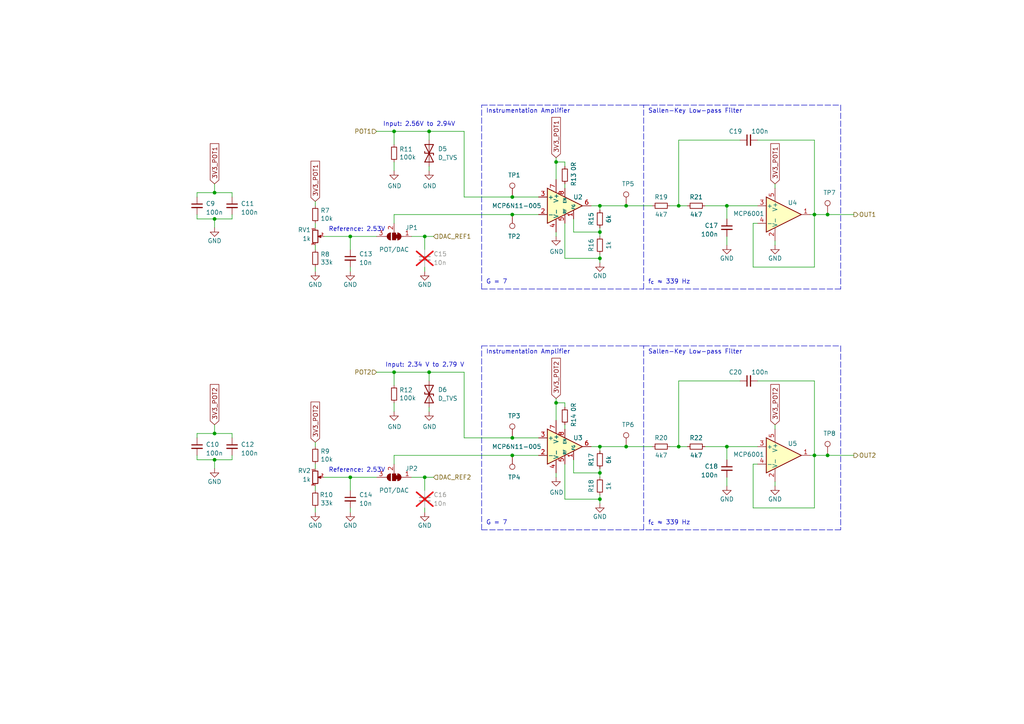
<source format=kicad_sch>
(kicad_sch (version 20230121) (generator eeschema)
  (paper "A4")
  (title_block (date "2023-04-22") (rev "2.0") (company "S. Sambor") (comment 1 "J. Jurczak") (comment 2 "P. Gawron") (comment 3 "I. Kajdan"))
  (lib_symbols
    (symbol "Amplifier_Operational:MCP6001-OT" (pin_names (offset 0.127))
      (property "Reference" "U" (at -1.27 6.35 0))
      (property "Value" "MCP6001-OT" (at -1.27 3.81 0))
      (symbol "MCP6001-OT_0_1"
        (polyline (pts (xy -5.08 5.08) (xy 5.08 0) (xy -5.08 -5.08) (xy -5.08 5.08)) (stroke (width 0.254)) (fill (type background)))
        (pin power_in line (at -2.54 -7.62 90) (length 3.81) (name "V-") (number "2"))
        (pin power_in line (at -2.54 7.62 270) (length 3.81) (name "V+") (number "5"))
      )
      (symbol "MCP6001-OT_1_1"
        (pin output line (at 7.62 0 180) (length 2.54) (name "~") (number "1"))
        (pin input line (at -7.62 2.54 0) (length 2.54) (name "+") (number "3"))
        (pin input line (at -7.62 -2.54 0) (length 2.54) (name "-") (number "4"))
      )
    )
    (symbol "Connector:TestPoint" (pin_numbers hide) (pin_names (offset 0.762) hide)
      (property "Reference" "TP" (at 0 6.858 0))
      (property "Value" "TestPoint" (at 0 5.08 0))
      (symbol "TestPoint_0_1"
        (circle (center 0 3.302) (radius 0.762))
      )
      (symbol "TestPoint_1_1"
        (pin passive line (at 0 0 90) (length 2.54) (name "1") (number "1"))
      )
    )
    (symbol "Device:C_Small" (pin_numbers hide) (pin_names (offset 0.254) hide)
      (property "Reference" "C" (at 0.254 1.778 0))
      (property "Value" "C_Small" (at 0.254 -2.032 0))
      (symbol "C_Small_0_1"
        (polyline (pts (xy -1.524 -0.508) (xy 1.524 -0.508)) (stroke (width 0.3302)))
        (polyline (pts (xy -1.524 0.508) (xy 1.524 0.508)) (stroke (width 0.3048)))
      )
      (symbol "C_Small_1_1"
        (pin passive line (at 0 2.54 270) (length 2.032) (name "~") (number "1"))
        (pin passive line (at 0 -2.54 90) (length 2.032) (name "~") (number "2"))
      )
    )
    (symbol "Device:D_TVS" (pin_numbers hide) (pin_names (offset 1.016) hide)
      (property "Reference" "D" (at 0 2.54 0))
      (property "Value" "D_TVS" (at 0 -2.54 0))
      (symbol "D_TVS_0_1"
        (polyline (pts (xy 1.27 0) (xy -1.27 0)))
        (polyline (pts (xy 0.508 1.27) (xy 0 1.27) (xy 0 -1.27) (xy -0.508 -1.27)) (stroke (width 0.254)))
        (polyline (pts (xy -2.54 1.27) (xy -2.54 -1.27) (xy 2.54 1.27) (xy 2.54 -1.27) (xy -2.54 1.27)) (stroke (width 0.254)))
      )
      (symbol "D_TVS_1_1"
        (pin passive line (at -3.81 0 0) (length 2.54) (name "A1") (number "1"))
        (pin passive line (at 3.81 0 180) (length 2.54) (name "A2") (number "2"))
      )
    )
    (symbol "Device:R_Potentiometer_Small" (pin_names (offset 1.016) hide)
      (property "Reference" "RV" (at -4.445 0 90))
      (property "Value" "R_Potentiometer_Small" (at -2.54 0 90))
      (symbol "R_Potentiometer_Small_0_1"
        (polyline (pts (xy 0.889 0) (xy 0.635 0) (xy 1.651 0.381) (xy 1.651 -0.381) (xy 0.635 0) (xy 0.889 0)) (fill (type outline)))
        (rectangle (start 0.762 1.8034) (end -0.762 -1.8034) (stroke (width 0.254)))
      )
      (symbol "R_Potentiometer_Small_1_1"
        (pin passive line (at 0 2.54 270) (length 0.635) (name "1") (number "1"))
        (pin passive line (at 2.54 0 180) (length 0.9906) (name "2") (number "2"))
        (pin passive line (at 0 -2.54 90) (length 0.635) (name "3") (number "3"))
      )
    )
    (symbol "Device:R_Small" (pin_numbers hide) (pin_names (offset 0.254) hide)
      (property "Reference" "R" (at 0.762 0.508 0))
      (property "Value" "R_Small" (at 0.762 -1.016 0))
      (symbol "R_Small_0_1"
        (rectangle (start -0.762 1.778) (end 0.762 -1.778) (stroke (width 0.2032)))
      )
      (symbol "R_Small_1_1"
        (pin passive line (at 0 2.54 270) (length 0.762) (name "~") (number "1"))
        (pin passive line (at 0 -2.54 90) (length 0.762) (name "~") (number "2"))
      )
    )
    (symbol "Jumper:SolderJumper_3_Bridged12" (pin_names (offset 0) hide)
      (property "Reference" "JP" (at -2.54 -2.54 0))
      (property "Value" "SolderJumper_3_Bridged12" (at 0 2.794 0))
      (symbol "SolderJumper_3_Bridged12_0_1"
        (rectangle (start -1.016 0.508) (end -0.508 -0.508) (fill (type outline)))
        (arc (start -1.016 1.016) (mid -2.0276 0) (end -1.016 -1.016))
        (arc (start -1.016 1.016) (mid -2.0276 0) (end -1.016 -1.016) (fill (type outline)))
        (rectangle (start -0.508 1.016) (end 0.508 -1.016) (fill (type outline)))
        (polyline (pts (xy -2.54 0) (xy -2.032 0)))
        (polyline (pts (xy -1.016 1.016) (xy -1.016 -1.016)))
        (polyline (pts (xy 0 -1.27) (xy 0 -1.016)))
        (polyline (pts (xy 1.016 1.016) (xy 1.016 -1.016)))
        (polyline (pts (xy 2.54 0) (xy 2.032 0)))
        (arc (start 1.016 -1.016) (mid 2.0276 0) (end 1.016 1.016))
        (arc (start 1.016 -1.016) (mid 2.0276 0) (end 1.016 1.016) (fill (type outline)))
      )
      (symbol "SolderJumper_3_Bridged12_1_1"
        (pin passive line (at -5.08 0 0) (length 2.54) (name "A") (number "1"))
        (pin passive line (at 0 -3.81 90) (length 2.54) (name "C") (number "2"))
        (pin passive line (at 5.08 0 180) (length 2.54) (name "B") (number "3"))
      )
    )
    (symbol "MCP6N11:MCP6N11" (pin_names (offset 0.127))
      (property "Reference" "U" (at 3.81 6.35 0))
      (property "Value" "MCP6N11-xE" (at 3.81 3.81 0))
      (symbol "MCP6N11_0_1"
        (polyline (pts (xy -5.08 5.08) (xy 5.08 0) (xy -5.08 -5.08) (xy -5.08 5.08)) (stroke (width 0.254)) (fill (type background)))
      )
      (symbol "MCP6N11_1_1"
        (pin passive line (at 2.54 -3.81 90) (length 2.54) (name "FG") (number "1"))
        (pin input line (at -7.62 -2.54 0) (length 2.54) (name "-") (number "2"))
        (pin input line (at -7.62 2.54 0) (length 2.54) (name "+") (number "3"))
        (pin power_in line (at -2.54 -7.62 90) (length 3.81) (name "V-") (number "4"))
        (pin passive line (at 0 -5.08 90) (length 2.54) (name "RF") (number "5"))
        (pin output line (at 7.62 0 180) (length 2.54) (name "~") (number "6"))
        (pin power_in line (at -2.54 7.62 270) (length 3.81) (name "V+") (number "7"))
        (pin input line (at 0 5.08 270) (length 2.54) (name "EN") (number "8"))
        (pin passive line (at -2.54 -7.62 90) (length 3.81) hide (name "EP") (number "9"))
      )
    )
    (symbol "power:GND" (power) (pin_names (offset 0))
      (property "Value" "GND" (at 0 -3.81 0))
      (symbol "GND_0_1"
        (polyline (pts (xy 0 0) (xy 0 -1.27) (xy 1.27 -1.27) (xy 0 -2.54) (xy -1.27 -1.27) (xy 0 -1.27)))
      )
      (symbol "GND_1_1"
        (pin power_in line (at 0 0 270) (length 0) hide (name "GND") (number "1"))
      )
    )
  )
  (junction (at 240.03 62.23))
  (junction (at 123.19 138.43))
  (junction (at 240.03 132.08))
  (junction (at 101.6 68.58))
  (junction (at 123.19 68.58))
  (junction (at 236.22 132.08))
  (junction (at 161.29 116.84))
  (junction (at 148.59 57.15))
  (junction (at 62.23 55.88))
  (junction (at 196.85 129.54))
  (junction (at 173.99 144.78))
  (junction (at 148.59 127))
  (junction (at 62.23 125.73))
  (junction (at 62.23 133.35))
  (junction (at 114.3 38.1))
  (junction (at 124.46 38.1))
  (junction (at 101.6 138.43))
  (junction (at 210.82 59.69))
  (junction (at 124.46 107.95))
  (junction (at 114.3 107.95))
  (junction (at 210.82 129.54))
  (junction (at 196.85 59.69))
  (junction (at 62.23 63.5))
  (junction (at 173.99 74.93))
  (junction (at 173.99 67.31))
  (junction (at 181.61 129.54))
  (junction (at 173.99 129.54))
  (junction (at 173.99 59.69))
  (junction (at 148.59 132.08))
  (junction (at 148.59 62.23))
  (junction (at 173.99 137.16))
  (junction (at 181.61 59.69))
  (junction (at 161.29 46.99))
  (junction (at 236.22 62.23))
  (wire (pts (xy 101.6 147.32) (xy 101.6 148.59)))
  (wire (pts (xy 173.99 135.89) (xy 173.99 137.16)))
  (wire (pts (xy 134.62 127) (xy 148.59 127)))
  (wire (pts (xy 204.47 59.69) (xy 210.82 59.69)))
  (wire (pts (xy 123.19 68.58) (xy 119.38 68.58)))
  (wire (pts (xy 161.29 116.84) (xy 161.29 121.92)))
  (wire (pts (xy 114.3 62.23) (xy 148.59 62.23)))
  (wire (pts (xy 219.71 110.49) (xy 236.22 110.49)))
  (wire (pts (xy 161.29 68.58) (xy 161.29 67.31)))
  (wire (pts (xy 173.99 59.69) (xy 181.61 59.69)))
  (wire (pts (xy 219.71 40.64) (xy 236.22 40.64)))
  (wire (pts (xy 173.99 67.31) (xy 173.99 68.58)))
  (wire (pts (xy 224.79 71.12) (xy 224.79 69.85)))
  (wire (pts (xy 163.83 64.77) (xy 163.83 74.93)))
  (wire (pts (xy 218.44 147.32) (xy 236.22 147.32)))
  (wire (pts (xy 57.15 125.73) (xy 62.23 125.73)))
  (wire (pts (xy 173.99 66.04) (xy 173.99 67.31)))
  (wire (pts (xy 67.31 125.73) (xy 62.23 125.73)))
  (polyline (pts (xy 139.7 83.82) (xy 139.7 30.48)) (stroke (width 0) (type dash)))
  (wire (pts (xy 101.6 68.58) (xy 101.6 72.39)))
  (wire (pts (xy 91.44 77.47) (xy 91.44 78.74)))
  (wire (pts (xy 219.71 134.62) (xy 218.44 134.62)))
  (wire (pts (xy 173.99 59.69) (xy 173.99 60.96)))
  (wire (pts (xy 173.99 137.16) (xy 173.99 138.43)))
  (wire (pts (xy 210.82 138.43) (xy 210.82 140.97)))
  (polyline (pts (xy 243.84 83.82) (xy 186.69 83.82)) (stroke (width 0) (type dash)))
  (wire (pts (xy 114.3 64.77) (xy 114.3 62.23)))
  (wire (pts (xy 124.46 107.95) (xy 134.62 107.95)))
  (wire (pts (xy 91.44 134.62) (xy 91.44 135.89)))
  (wire (pts (xy 163.83 123.19) (xy 163.83 124.46)))
  (wire (pts (xy 236.22 132.08) (xy 234.95 132.08)))
  (wire (pts (xy 124.46 119.38) (xy 124.46 118.11)))
  (wire (pts (xy 173.99 74.93) (xy 173.99 76.2)))
  (wire (pts (xy 57.15 62.23) (xy 57.15 63.5)))
  (polyline (pts (xy 243.84 153.67) (xy 186.69 153.67)) (stroke (width 0) (type dash)))
  (wire (pts (xy 62.23 66.04) (xy 62.23 63.5)))
  (wire (pts (xy 181.61 59.69) (xy 189.23 59.69)))
  (wire (pts (xy 236.22 62.23) (xy 234.95 62.23)))
  (wire (pts (xy 196.85 129.54) (xy 199.39 129.54)))
  (wire (pts (xy 194.31 59.69) (xy 196.85 59.69)))
  (wire (pts (xy 114.3 119.38) (xy 114.3 116.84)))
  (wire (pts (xy 124.46 49.53) (xy 124.46 48.26)))
  (wire (pts (xy 148.59 127) (xy 156.21 127)))
  (wire (pts (xy 210.82 59.69) (xy 210.82 63.5)))
  (wire (pts (xy 173.99 73.66) (xy 173.99 74.93)))
  (wire (pts (xy 196.85 40.64) (xy 196.85 59.69)))
  (wire (pts (xy 166.37 67.31) (xy 173.99 67.31)))
  (wire (pts (xy 166.37 137.16) (xy 173.99 137.16)))
  (wire (pts (xy 194.31 129.54) (xy 196.85 129.54)))
  (wire (pts (xy 123.19 68.58) (xy 123.19 72.39)))
  (wire (pts (xy 91.44 140.97) (xy 91.44 142.24)))
  (polyline (pts (xy 186.69 83.82) (xy 186.69 30.48)) (stroke (width 0) (type dash)))
  (wire (pts (xy 114.3 134.62) (xy 114.3 132.08)))
  (wire (pts (xy 210.82 129.54) (xy 219.71 129.54)))
  (wire (pts (xy 163.83 134.62) (xy 163.83 144.78)))
  (wire (pts (xy 62.23 125.73) (xy 62.23 123.19)))
  (wire (pts (xy 210.82 59.69) (xy 219.71 59.69)))
  (wire (pts (xy 163.83 46.99) (xy 163.83 48.26)))
  (wire (pts (xy 57.15 55.88) (xy 62.23 55.88)))
  (wire (pts (xy 210.82 68.58) (xy 210.82 71.12)))
  (wire (pts (xy 224.79 123.19) (xy 224.79 124.46)))
  (polyline (pts (xy 243.84 30.48) (xy 243.84 83.82)) (stroke (width 0) (type dash)))
  (wire (pts (xy 124.46 38.1) (xy 134.62 38.1)))
  (wire (pts (xy 224.79 140.97) (xy 224.79 139.7)))
  (wire (pts (xy 123.19 138.43) (xy 123.19 142.24)))
  (wire (pts (xy 196.85 110.49) (xy 196.85 129.54)))
  (wire (pts (xy 163.83 53.34) (xy 163.83 54.61)))
  (wire (pts (xy 163.83 74.93) (xy 173.99 74.93)))
  (wire (pts (xy 62.23 135.89) (xy 62.23 133.35)))
  (wire (pts (xy 57.15 55.88) (xy 57.15 57.15)))
  (wire (pts (xy 124.46 40.64) (xy 124.46 38.1)))
  (wire (pts (xy 219.71 64.77) (xy 218.44 64.77)))
  (wire (pts (xy 114.3 111.76) (xy 114.3 107.95)))
  (wire (pts (xy 101.6 68.58) (xy 109.22 68.58)))
  (wire (pts (xy 67.31 62.23) (xy 67.31 63.5)))
  (wire (pts (xy 67.31 127) (xy 67.31 125.73)))
  (wire (pts (xy 148.59 132.08) (xy 156.21 132.08)))
  (wire (pts (xy 161.29 46.99) (xy 163.83 46.99)))
  (wire (pts (xy 166.37 63.5) (xy 166.37 67.31)))
  (wire (pts (xy 124.46 110.49) (xy 124.46 107.95)))
  (wire (pts (xy 196.85 110.49) (xy 214.63 110.49)))
  (wire (pts (xy 236.22 77.47) (xy 236.22 62.23)))
  (wire (pts (xy 161.29 46.99) (xy 161.29 52.07)))
  (wire (pts (xy 57.15 132.08) (xy 57.15 133.35)))
  (polyline (pts (xy 243.84 100.33) (xy 243.84 153.67)) (stroke (width 0) (type dash)))
  (wire (pts (xy 218.44 77.47) (xy 236.22 77.47)))
  (wire (pts (xy 196.85 40.64) (xy 214.63 40.64)))
  (polyline (pts (xy 139.7 153.67) (xy 186.69 153.67)) (stroke (width 0) (type dash)))
  (wire (pts (xy 236.22 110.49) (xy 236.22 132.08)))
  (wire (pts (xy 171.45 129.54) (xy 173.99 129.54)))
  (wire (pts (xy 161.29 138.43) (xy 161.29 137.16)))
  (wire (pts (xy 236.22 147.32) (xy 236.22 132.08)))
  (wire (pts (xy 236.22 132.08) (xy 240.03 132.08)))
  (wire (pts (xy 134.62 57.15) (xy 148.59 57.15)))
  (polyline (pts (xy 139.7 30.48) (xy 186.69 30.48)) (stroke (width 0) (type dash)))
  (wire (pts (xy 67.31 55.88) (xy 62.23 55.88)))
  (wire (pts (xy 91.44 58.42) (xy 91.44 59.69)))
  (wire (pts (xy 91.44 71.12) (xy 91.44 72.39)))
  (wire (pts (xy 240.03 62.23) (xy 247.65 62.23)))
  (wire (pts (xy 67.31 57.15) (xy 67.31 55.88)))
  (wire (pts (xy 114.3 41.91) (xy 114.3 38.1)))
  (wire (pts (xy 57.15 63.5) (xy 62.23 63.5)))
  (wire (pts (xy 134.62 107.95) (xy 134.62 127)))
  (wire (pts (xy 240.03 132.08) (xy 247.65 132.08)))
  (wire (pts (xy 224.79 53.34) (xy 224.79 54.61)))
  (wire (pts (xy 114.3 107.95) (xy 124.46 107.95)))
  (wire (pts (xy 62.23 55.88) (xy 62.23 53.34)))
  (wire (pts (xy 134.62 38.1) (xy 134.62 57.15)))
  (wire (pts (xy 210.82 129.54) (xy 210.82 133.35)))
  (wire (pts (xy 196.85 59.69) (xy 199.39 59.69)))
  (wire (pts (xy 123.19 147.32) (xy 123.19 148.59)))
  (wire (pts (xy 161.29 115.57) (xy 161.29 116.84)))
  (wire (pts (xy 109.22 107.95) (xy 114.3 107.95)))
  (wire (pts (xy 171.45 59.69) (xy 173.99 59.69)))
  (wire (pts (xy 181.61 129.54) (xy 189.23 129.54)))
  (wire (pts (xy 101.6 138.43) (xy 109.22 138.43)))
  (wire (pts (xy 166.37 133.35) (xy 166.37 137.16)))
  (wire (pts (xy 93.98 68.58) (xy 101.6 68.58)))
  (wire (pts (xy 114.3 38.1) (xy 124.46 38.1)))
  (wire (pts (xy 67.31 132.08) (xy 67.31 133.35)))
  (wire (pts (xy 91.44 147.32) (xy 91.44 148.59)))
  (wire (pts (xy 218.44 134.62) (xy 218.44 147.32)))
  (wire (pts (xy 67.31 63.5) (xy 62.23 63.5)))
  (wire (pts (xy 148.59 62.23) (xy 156.21 62.23)))
  (wire (pts (xy 173.99 144.78) (xy 173.99 146.05)))
  (polyline (pts (xy 139.7 100.33) (xy 186.69 100.33)) (stroke (width 0) (type dash)))
  (wire (pts (xy 67.31 133.35) (xy 62.23 133.35)))
  (wire (pts (xy 91.44 128.27) (xy 91.44 129.54)))
  (wire (pts (xy 173.99 143.51) (xy 173.99 144.78)))
  (wire (pts (xy 236.22 40.64) (xy 236.22 62.23)))
  (wire (pts (xy 204.47 129.54) (xy 210.82 129.54)))
  (wire (pts (xy 57.15 133.35) (xy 62.23 133.35)))
  (polyline (pts (xy 186.69 100.33) (xy 243.84 100.33)) (stroke (width 0) (type dash)))
  (wire (pts (xy 173.99 129.54) (xy 181.61 129.54)))
  (wire (pts (xy 123.19 68.58) (xy 125.73 68.58)))
  (polyline (pts (xy 139.7 83.82) (xy 186.69 83.82)) (stroke (width 0) (type dash)))
  (wire (pts (xy 236.22 62.23) (xy 240.03 62.23)))
  (wire (pts (xy 173.99 129.54) (xy 173.99 130.81)))
  (wire (pts (xy 114.3 132.08) (xy 148.59 132.08)))
  (wire (pts (xy 93.98 138.43) (xy 101.6 138.43)))
  (wire (pts (xy 123.19 138.43) (xy 125.73 138.43)))
  (wire (pts (xy 163.83 118.11) (xy 163.83 116.84)))
  (wire (pts (xy 114.3 49.53) (xy 114.3 46.99)))
  (polyline (pts (xy 186.69 30.48) (xy 243.84 30.48)) (stroke (width 0) (type dash)))
  (polyline (pts (xy 186.69 153.67) (xy 186.69 100.33)) (stroke (width 0) (type dash)))
  (wire (pts (xy 123.19 138.43) (xy 119.38 138.43)))
  (wire (pts (xy 109.22 38.1) (xy 114.3 38.1)))
  (wire (pts (xy 101.6 77.47) (xy 101.6 78.74)))
  (wire (pts (xy 161.29 45.72) (xy 161.29 46.99)))
  (wire (pts (xy 148.59 57.15) (xy 156.21 57.15)))
  (wire (pts (xy 57.15 125.73) (xy 57.15 127)))
  (polyline (pts (xy 139.7 153.67) (xy 139.7 100.33)) (stroke (width 0) (type dash)))
  (wire (pts (xy 101.6 138.43) (xy 101.6 142.24)))
  (wire (pts (xy 163.83 144.78) (xy 173.99 144.78)))
  (wire (pts (xy 123.19 77.47) (xy 123.19 78.74)))
  (wire (pts (xy 91.44 64.77) (xy 91.44 66.04)))
  (wire (pts (xy 218.44 64.77) (xy 218.44 77.47)))
  (wire (pts (xy 161.29 116.84) (xy 163.83 116.84)))
  (text "Instrumentation Amplifier" (at 140.97 102.87 0) (effects (font (size 1.27 1.27)) (justify left bottom)))
  (text "Input: 2.56V to 2.94V" (at 132.08 36.83 0) (effects (font (size 1.27 1.27)) (justify right bottom)))
  (text "G = 7" (at 140.97 152.4 0) (effects (font (size 1.27 1.27)) (justify left bottom)))
  (text "Reference: 2.53V" (at 111.76 137.16 0) (effects (font (size 1.27 1.27)) (justify right bottom)))
  (text "Input: 2.34 V to 2.79 V" (at 111.76 106.68 0) (effects (font (size 1.27 1.27)) (justify left bottom)))
  (text "f_{c} ≈ 339 Hz" (at 187.96 82.55 0) (effects (font (size 1.27 1.27)) (justify left bottom)))
  (text "Reference: 2.53V" (at 111.76 67.31 0) (effects (font (size 1.27 1.27)) (justify right bottom)))
  (text "Sallen-Key Low-pass Filter" (at 187.96 102.87 0) (effects (font (size 1.27 1.27)) (justify left bottom)))
  (text "Instrumentation Amplifier" (at 140.97 33.02 0) (effects (font (size 1.27 1.27)) (justify left bottom)))
  (text "G = 7" (at 140.97 82.55 0) (effects (font (size 1.27 1.27)) (justify left bottom)))
  (text "f_{c} ≈ 339 Hz" (at 187.96 152.4 0) (effects (font (size 1.27 1.27)) (justify left bottom)))
  (text "Sallen-Key Low-pass Filter" (at 187.96 33.02 0) (effects (font (size 1.27 1.27)) (justify left bottom)))
  (global_label "3V3_POT1" (shape input) (at 161.29 45.72 90) (property "Intersheetrefs" "${INTERSHEET_REFS}" (effects hide)))
  (global_label "3V3_POT1" (shape input) (at 62.23 53.34 90) (property "Intersheetrefs" "${INTERSHEET_REFS}" (effects hide)))
  (global_label "3V3_POT1" (shape input) (at 91.44 58.42 90) (property "Intersheetrefs" "${INTERSHEET_REFS}" (effects hide)))
  (global_label "3V3_POT2" (shape input) (at 161.29 115.57 90) (property "Intersheetrefs" "${INTERSHEET_REFS}" (effects hide)))
  (global_label "3V3_POT2" (shape input) (at 62.23 123.19 90) (property "Intersheetrefs" "${INTERSHEET_REFS}" (effects hide)))
  (global_label "3V3_POT2" (shape input) (at 91.44 128.27 90) (property "Intersheetrefs" "${INTERSHEET_REFS}" (effects hide)))
  (global_label "3V3_POT2" (shape input) (at 224.79 123.19 90) (property "Intersheetrefs" "${INTERSHEET_REFS}" (effects hide)))
  (global_label "3V3_POT1" (shape input) (at 224.79 53.34 90) (property "Intersheetrefs" "${INTERSHEET_REFS}" (effects hide)))
  (hierarchical_label "POT1" (shape input) (at 109.22 38.1 180))
  (hierarchical_label "OUT1" (shape output) (at 247.65 62.23 0))
  (hierarchical_label "DAC_REF1" (shape input) (at 125.73 68.58 0))
  (hierarchical_label "OUT2" (shape output) (at 247.65 132.08 0))
  (hierarchical_label "POT2" (shape input) (at 109.22 107.95 180))
  (hierarchical_label "DAC_REF2" (shape input) (at 125.73 138.43 0))
  (symbol (lib_id "Connector:TestPoint") (at 181.61 59.69 0) (unit 1)
    (property "Reference" "TP5" (at 180.34 53.34 0) (effects (justify left)))
    (property "Value" "APPS_MID" (effects hide))
    (property "Footprint" "TestPoint:TestPoint_Pad_D1.0mm" (effects hide))
  )
  (symbol (lib_id "power:GND") (at 62.23 66.04 0) (unit 1)
    (property "Reference" "#PWR010" (effects hide))
    (property "Value" "GND" (at 62.23 69.85 0))
  )
  (symbol (lib_id "Device:R_Potentiometer_Small") (at 91.44 68.58 0) (unit 1)
    (property "Reference" "RV1" (at 90.17 66.675 0) (effects (justify right)))
    (property "Value" "1k" (at 90.17 69.215 0) (effects (justify right)))
    (property "Footprint" "Potentiometer_SMD:Potentiometer_Bourns_3214J_Horizontal" (effects hide))
  )
  (symbol (lib_id "Device:C_Small") (at 210.82 66.04 0) (mirror y) (unit 1)
    (property "Reference" "C17" (at 208.28 65.4113 0) (effects (justify left)))
    (property "Value" "100n" (at 208.28 67.9513 0) (effects (justify left)))
    (property "Footprint" "Capacitor_SMD:C_0603_1608Metric_Pad1.08x0.95mm_HandSolder" (effects hide))
  )
  (symbol (lib_id "Connector:TestPoint") (at 148.59 62.23 180) (unit 1)
    (property "Reference" "TP2" (at 147.32 68.58 0) (effects (justify right)))
    (property "Value" "APPS_N" (effects hide))
    (property "Footprint" "TestPoint:TestPoint_Pad_D1.0mm" (effects hide))
  )
  (symbol (lib_id "Connector:TestPoint") (at 240.03 132.08 0) (unit 1)
    (property "Reference" "TP8" (at 238.76 125.73 0) (effects (justify left)))
    (property "Value" "APPS_OUT" (effects hide))
    (property "Footprint" "TestPoint:TestPoint_Pad_D1.0mm" (effects hide))
  )
  (symbol (lib_id "Device:R_Small") (at 191.77 129.54 90) (unit 1)
    (property "Reference" "R20" (at 191.77 127 90))
    (property "Value" "4k7" (at 191.77 132.08 90))
    (property "Footprint" "Resistor_SMD:R_0603_1608Metric_Pad0.98x0.95mm_HandSolder" (effects hide))
  )
  (symbol (lib_id "power:GND") (at 173.99 146.05 0) (unit 1)
    (property "Reference" "#PWR025" (effects hide))
    (property "Value" "GND" (at 173.99 149.86 0))
  )
  (symbol (lib_id "power:GND") (at 210.82 71.12 0) (unit 1)
    (property "Reference" "#PWR026" (effects hide))
    (property "Value" "GND" (at 210.82 74.93 0))
  )
  (symbol (lib_id "power:GND") (at 91.44 78.74 0) (unit 1)
    (property "Reference" "#PWR012" (effects hide))
    (property "Value" "GND" (at 91.44 82.55 0))
  )
  (symbol (lib_id "Device:R_Small") (at 91.44 62.23 0) (unit 1)
    (property "Reference" "R7" (at 92.9386 61.0616 0) (effects (justify left)))
    (property "Value" "10k" (at 92.9386 63.373 0) (effects (justify left)))
    (property "Footprint" "Resistor_SMD:R_0603_1608Metric_Pad0.98x0.95mm_HandSolder" (effects hide))
  )
  (symbol (lib_id "Device:R_Small") (at 191.77 59.69 90) (unit 1)
    (property "Reference" "R19" (at 191.77 57.15 90))
    (property "Value" "4k7" (at 191.77 62.23 90))
    (property "Footprint" "Resistor_SMD:R_0603_1608Metric_Pad0.98x0.95mm_HandSolder" (effects hide))
  )
  (symbol (lib_id "power:GND") (at 123.19 78.74 0) (unit 1)
    (property "Reference" "#PWR018" (effects hide))
    (property "Value" "GND" (at 123.19 82.55 0))
  )
  (symbol (lib_id "Amplifier_Operational:MCP6001-OT") (at 227.33 132.08 0) (unit 1)
    (property "Reference" "U5" (at 229.87 128.6511 0))
    (property "Value" "MCP6001" (at 217.17 131.81 0))
    (property "Footprint" "Package_TO_SOT_SMD:SOT-23-5" (effects hide))
    (property "Datasheet" "http://ww1.microchip.com/downloads/en/DeviceDoc/21733j.pdf" (effects hide))
  )
  (symbol (lib_id "power:GND") (at 101.6 78.74 0) (unit 1)
    (property "Reference" "#PWR014" (effects hide))
    (property "Value" "GND" (at 101.6 82.55 0))
  )
  (symbol (lib_id "Device:C_Small") (at 123.19 74.93 0) (unit 1) (dnp yes)
    (property "Reference" "C15" (at 125.73 73.66 0) (effects (justify left)))
    (property "Value" "10n" (at 125.73 76.2 0) (effects (justify left)))
    (property "Footprint" "Capacitor_SMD:C_0603_1608Metric_Pad1.08x0.95mm_HandSolder" (effects hide))
  )
  (symbol (lib_id "Device:R_Small") (at 173.99 140.97 180) (unit 1)
    (property "Reference" "R18" (at 171.45 140.97 90))
    (property "Value" "1k" (at 176.53 140.97 90))
    (property "Footprint" "Resistor_SMD:R_0603_1608Metric_Pad0.98x0.95mm_HandSolder" (effects hide))
  )
  (symbol (lib_id "power:GND") (at 62.23 135.89 0) (unit 1)
    (property "Reference" "#PWR011" (effects hide))
    (property "Value" "GND" (at 62.23 139.7 0))
  )
  (symbol (lib_id "Device:C_Small") (at 57.15 59.69 0) (unit 1)
    (property "Reference" "C9" (at 59.69 59.0613 0) (effects (justify left)))
    (property "Value" "100n" (at 59.69 61.6013 0) (effects (justify left)))
    (property "Footprint" "Capacitor_SMD:C_0603_1608Metric_Pad1.08x0.95mm_HandSolder" (effects hide))
  )
  (symbol (lib_id "Device:R_Small") (at 201.93 129.54 90) (unit 1)
    (property "Reference" "R22" (at 201.93 127 90))
    (property "Value" "4k7" (at 201.93 132.08 90))
    (property "Footprint" "Resistor_SMD:R_0603_1608Metric_Pad0.98x0.95mm_HandSolder" (effects hide))
  )
  (symbol (lib_id "Device:D_TVS") (at 124.46 114.3 90) (unit 1)
    (property "Reference" "D6" (at 127 113.0299 90) (effects (justify right)))
    (property "Value" "D_TVS" (at 127 115.5699 90) (effects (justify right)))
    (property "Footprint" "Diode_SMD:D_0603_1608Metric_Pad1.05x0.95mm_HandSolder" (effects hide))
  )
  (symbol (lib_id "Device:R_Potentiometer_Small") (at 91.44 138.43 0) (unit 1)
    (property "Reference" "RV2" (at 90.17 136.525 0) (effects (justify right)))
    (property "Value" "1k" (at 90.17 139.065 0) (effects (justify right)))
    (property "Footprint" "Potentiometer_SMD:Potentiometer_Bourns_3214J_Horizontal" (effects hide))
  )
  (symbol (lib_id "Connector:TestPoint") (at 240.03 62.23 0) (unit 1)
    (property "Reference" "TP7" (at 238.76 55.88 0) (effects (justify left)))
    (property "Value" "APPS_OUT" (effects hide))
    (property "Footprint" "TestPoint:TestPoint_Pad_D1.0mm" (effects hide))
  )
  (symbol (lib_id "Device:R_Small") (at 163.83 120.65 180) (unit 1)
    (property "Reference" "R14" (at 166.37 121.92 90))
    (property "Value" "0R" (at 166.37 118.11 90))
    (property "Footprint" "Resistor_SMD:R_0603_1608Metric_Pad0.98x0.95mm_HandSolder" (effects hide))
  )
  (symbol (lib_id "Connector:TestPoint") (at 181.61 129.54 0) (unit 1)
    (property "Reference" "TP6" (at 180.34 123.19 0) (effects (justify left)))
    (property "Value" "APPS_MID" (effects hide))
    (property "Footprint" "TestPoint:TestPoint_Pad_D1.0mm" (effects hide))
  )
  (symbol (lib_id "Amplifier_Operational:MCP6001-OT") (at 227.33 62.23 0) (unit 1)
    (property "Reference" "U4" (at 229.87 58.8011 0))
    (property "Value" "MCP6001" (at 217.17 61.96 0))
    (property "Footprint" "Package_TO_SOT_SMD:SOT-23-5" (effects hide))
    (property "Datasheet" "http://ww1.microchip.com/downloads/en/DeviceDoc/21733j.pdf" (effects hide))
  )
  (symbol (lib_id "Jumper:SolderJumper_3_Bridged12") (at 114.3 138.43 180) (unit 1)
    (property "Reference" "JP2" (at 119.38 135.89 0))
    (property "Value" "POT/DAC" (at 114.3 142.24 0))
    (property "Footprint" "Jumper:SolderJumper-3_P1.3mm_Bridged12_RoundedPad1.0x1.5mm" (effects hide))
  )
  (symbol (lib_id "Device:R_Small") (at 173.99 133.35 180) (unit 1)
    (property "Reference" "R17" (at 171.45 133.35 90))
    (property "Value" "6k" (at 176.53 133.35 90))
    (property "Footprint" "Resistor_SMD:R_0603_1608Metric_Pad0.98x0.95mm_HandSolder" (effects hide))
  )
  (symbol (lib_id "Jumper:SolderJumper_3_Bridged12") (at 114.3 68.58 180) (unit 1)
    (property "Reference" "JP1" (at 119.38 66.04 0))
    (property "Value" "POT/DAC" (at 114.3 72.39 0))
    (property "Footprint" "Jumper:SolderJumper-3_P1.3mm_Bridged12_RoundedPad1.0x1.5mm" (effects hide))
  )
  (symbol (lib_id "Device:R_Small") (at 173.99 63.5 180) (unit 1)
    (property "Reference" "R15" (at 171.45 63.5 90))
    (property "Value" "6k" (at 176.53 63.5 90))
    (property "Footprint" "Resistor_SMD:R_0603_1608Metric_Pad0.98x0.95mm_HandSolder" (effects hide))
  )
  (symbol (lib_id "MCP6N11:MCP6N11") (at 163.83 129.54 0) (unit 1)
    (property "Reference" "U3" (at 167.64 127 0))
    (property "Value" "MCP6N11-005\n" (at 149.86 129.54 0))
    (property "Footprint" "Package_DFN_QFN:TDFN-8-1EP_3x2mm_P0.5mm_EP1.3x1.4mm" (effects hide))
    (property "Datasheet" "https://ww1.microchip.com/downloads/en/DeviceDoc/25073A.pdf" (effects hide))
  )
  (symbol (lib_id "Device:C_Small") (at 210.82 135.89 0) (mirror y) (unit 1)
    (property "Reference" "C18" (at 208.28 135.2613 0) (effects (justify left)))
    (property "Value" "100n" (at 208.28 137.8013 0) (effects (justify left)))
    (property "Footprint" "Capacitor_SMD:C_0603_1608Metric_Pad1.08x0.95mm_HandSolder" (effects hide))
  )
  (symbol (lib_id "power:GND") (at 124.46 119.38 0) (unit 1)
    (property "Reference" "#PWR021" (effects hide))
    (property "Value" "GND" (at 124.587 123.7742 0))
  )
  (symbol (lib_id "Device:D_TVS") (at 124.46 44.45 90) (unit 1)
    (property "Reference" "D5" (at 127 43.1799 90) (effects (justify right)))
    (property "Value" "D_TVS" (at 127 45.7199 90) (effects (justify right)))
    (property "Footprint" "Diode_SMD:D_0603_1608Metric_Pad1.05x0.95mm_HandSolder" (effects hide))
  )
  (symbol (lib_id "Device:R_Small") (at 91.44 132.08 0) (unit 1)
    (property "Reference" "R9" (at 92.9386 130.9116 0) (effects (justify left)))
    (property "Value" "10k" (at 92.9386 133.223 0) (effects (justify left)))
    (property "Footprint" "Resistor_SMD:R_0603_1608Metric_Pad0.98x0.95mm_HandSolder" (effects hide))
  )
  (symbol (lib_id "Device:R_Small") (at 91.44 74.93 0) (unit 1)
    (property "Reference" "R8" (at 92.9386 73.7616 0) (effects (justify left)))
    (property "Value" "33k" (at 92.9386 76.073 0) (effects (justify left)))
    (property "Footprint" "Resistor_SMD:R_0603_1608Metric_Pad0.98x0.95mm_HandSolder" (effects hide))
  )
  (symbol (lib_id "power:GND") (at 173.99 76.2 0) (unit 1)
    (property "Reference" "#PWR024" (effects hide))
    (property "Value" "GND" (at 173.99 80.01 0))
  )
  (symbol (lib_id "Device:C_Small") (at 67.31 129.54 0) (unit 1)
    (property "Reference" "C12" (at 69.85 128.9113 0) (effects (justify left)))
    (property "Value" "100n" (at 69.85 131.4513 0) (effects (justify left)))
    (property "Footprint" "Capacitor_SMD:C_0603_1608Metric_Pad1.08x0.95mm_HandSolder" (effects hide))
  )
  (symbol (lib_id "Connector:TestPoint") (at 148.59 57.15 0) (unit 1)
    (property "Reference" "TP1" (at 147.32 50.8 0) (effects (justify left)))
    (property "Value" "APPS_P" (effects hide))
    (property "Footprint" "TestPoint:TestPoint_Pad_D1.0mm" (effects hide))
  )
  (symbol (lib_id "Device:R_Small") (at 91.44 144.78 0) (unit 1)
    (property "Reference" "R10" (at 92.71 143.51 0) (effects (justify left)))
    (property "Value" "33k" (at 92.9386 145.923 0) (effects (justify left)))
    (property "Footprint" "Resistor_SMD:R_0603_1608Metric_Pad0.98x0.95mm_HandSolder" (effects hide))
  )
  (symbol (lib_id "power:GND") (at 114.3 119.38 0) (unit 1)
    (property "Reference" "#PWR017" (effects hide))
    (property "Value" "GND" (at 114.427 123.7742 0))
  )
  (symbol (lib_id "power:GND") (at 224.79 71.12 0) (unit 1)
    (property "Reference" "#PWR028" (effects hide))
    (property "Value" "GND" (at 224.79 74.93 0))
  )
  (symbol (lib_id "power:GND") (at 123.19 148.59 0) (unit 1)
    (property "Reference" "#PWR019" (effects hide))
    (property "Value" "GND" (at 123.19 152.4 0))
  )
  (symbol (lib_id "Device:R_Small") (at 173.99 71.12 180) (unit 1)
    (property "Reference" "R16" (at 171.45 71.12 90))
    (property "Value" "1k" (at 176.53 71.12 90))
    (property "Footprint" "Resistor_SMD:R_0603_1608Metric_Pad0.98x0.95mm_HandSolder" (effects hide))
  )
  (symbol (lib_id "Device:R_Small") (at 201.93 59.69 90) (unit 1)
    (property "Reference" "R21" (at 201.93 57.15 90))
    (property "Value" "4k7" (at 201.93 62.23 90))
    (property "Footprint" "Resistor_SMD:R_0603_1608Metric_Pad0.98x0.95mm_HandSolder" (effects hide))
  )
  (symbol (lib_id "power:GND") (at 210.82 140.97 0) (unit 1)
    (property "Reference" "#PWR027" (effects hide))
    (property "Value" "GND" (at 210.82 144.78 0))
  )
  (symbol (lib_id "power:GND") (at 114.3 49.53 0) (unit 1)
    (property "Reference" "#PWR016" (effects hide))
    (property "Value" "GND" (at 114.427 53.9242 0))
  )
  (symbol (lib_id "MCP6N11:MCP6N11") (at 163.83 59.69 0) (unit 1)
    (property "Reference" "U2" (at 167.64 57.15 0))
    (property "Value" "MCP6N11-005\n" (at 149.86 59.69 0))
    (property "Footprint" "Package_DFN_QFN:TDFN-8-1EP_3x2mm_P0.5mm_EP1.3x1.4mm" (effects hide))
    (property "Datasheet" "https://ww1.microchip.com/downloads/en/DeviceDoc/25073A.pdf" (effects hide))
  )
  (symbol (lib_id "Device:R_Small") (at 163.83 50.8 180) (unit 1)
    (property "Reference" "R13" (at 166.37 52.07 90))
    (property "Value" "0R" (at 166.37 48.26 90))
    (property "Footprint" "Resistor_SMD:R_0603_1608Metric_Pad0.98x0.95mm_HandSolder" (effects hide))
  )
  (symbol (lib_id "Device:R_Small") (at 114.3 114.3 0) (unit 1)
    (property "Reference" "R12" (at 115.7986 113.1316 0) (effects (justify left)))
    (property "Value" "100k" (at 115.7986 115.443 0) (effects (justify left)))
    (property "Footprint" "Resistor_SMD:R_0603_1608Metric_Pad0.98x0.95mm_HandSolder" (effects hide))
  )
  (symbol (lib_id "Connector:TestPoint") (at 148.59 132.08 180) (unit 1)
    (property "Reference" "TP4" (at 147.32 138.43 0) (effects (justify right)))
    (property "Value" "APPS_N" (effects hide))
    (property "Footprint" "TestPoint:TestPoint_Pad_D1.0mm" (effects hide))
  )
  (symbol (lib_id "Device:C_Small") (at 217.17 40.64 90) (unit 1)
    (property "Reference" "C19" (at 215.2713 38.1 90) (effects (justify left)))
    (property "Value" "100n" (at 222.8913 38.1 90) (effects (justify left)))
    (property "Footprint" "Capacitor_SMD:C_0603_1608Metric_Pad1.08x0.95mm_HandSolder" (effects hide))
  )
  (symbol (lib_id "Connector:TestPoint") (at 148.59 127 0) (unit 1)
    (property "Reference" "TP3" (at 147.32 120.65 0) (effects (justify left)))
    (property "Value" "APPS_P" (effects hide))
    (property "Footprint" "TestPoint:TestPoint_Pad_D1.0mm" (effects hide))
  )
  (symbol (lib_id "Device:C_Small") (at 217.17 110.49 90) (unit 1)
    (property "Reference" "C20" (at 215.2713 107.95 90) (effects (justify left)))
    (property "Value" "100n" (at 222.8913 107.95 90) (effects (justify left)))
    (property "Footprint" "Capacitor_SMD:C_0603_1608Metric_Pad1.08x0.95mm_HandSolder" (effects hide))
  )
  (symbol (lib_id "Device:C_Small") (at 57.15 129.54 0) (unit 1)
    (property "Reference" "C10" (at 59.69 128.9113 0) (effects (justify left)))
    (property "Value" "100n" (at 59.69 131.4513 0) (effects (justify left)))
    (property "Footprint" "Capacitor_SMD:C_0603_1608Metric_Pad1.08x0.95mm_HandSolder" (effects hide))
  )
  (symbol (lib_id "Device:C_Small") (at 101.6 74.93 0) (unit 1)
    (property "Reference" "C13" (at 104.14 73.66 0) (effects (justify left)))
    (property "Value" "10n" (at 104.14 76.2 0) (effects (justify left)))
    (property "Footprint" "Capacitor_SMD:C_0603_1608Metric_Pad1.08x0.95mm_HandSolder" (effects hide))
  )
  (symbol (lib_id "Device:C_Small") (at 123.19 144.78 0) (unit 1) (dnp yes)
    (property "Reference" "C16" (at 125.73 143.51 0) (effects (justify left)))
    (property "Value" "10n" (at 125.73 146.05 0) (effects (justify left)))
    (property "Footprint" "Capacitor_SMD:C_0603_1608Metric_Pad1.08x0.95mm_HandSolder" (effects hide))
  )
  (symbol (lib_id "power:GND") (at 124.46 49.53 0) (unit 1)
    (property "Reference" "#PWR020" (effects hide))
    (property "Value" "GND" (at 124.587 53.9242 0))
  )
  (symbol (lib_id "Device:C_Small") (at 101.6 144.78 0) (unit 1)
    (property "Reference" "C14" (at 104.14 143.51 0) (effects (justify left)))
    (property "Value" "10n" (at 104.14 146.05 0) (effects (justify left)))
    (property "Footprint" "Capacitor_SMD:C_0603_1608Metric_Pad1.08x0.95mm_HandSolder" (effects hide))
  )
  (symbol (lib_id "power:GND") (at 91.44 148.59 0) (unit 1)
    (property "Reference" "#PWR013" (effects hide))
    (property "Value" "GND" (at 91.44 152.4 0))
  )
  (symbol (lib_id "power:GND") (at 224.79 140.97 0) (unit 1)
    (property "Reference" "#PWR029" (effects hide))
    (property "Value" "GND" (at 224.79 144.78 0))
  )
  (symbol (lib_id "power:GND") (at 161.29 68.58 0) (unit 1)
    (property "Reference" "#PWR022" (effects hide))
    (property "Value" "GND" (at 161.417 72.9742 0))
  )
  (symbol (lib_id "Device:C_Small") (at 67.31 59.69 0) (unit 1)
    (property "Reference" "C11" (at 69.85 59.0613 0) (effects (justify left)))
    (property "Value" "100n" (at 69.85 61.6013 0) (effects (justify left)))
    (property "Footprint" "Capacitor_SMD:C_0603_1608Metric_Pad1.08x0.95mm_HandSolder" (effects hide))
  )
  (symbol (lib_id "Device:R_Small") (at 114.3 44.45 0) (unit 1)
    (property "Reference" "R11" (at 115.7986 43.2816 0) (effects (justify left)))
    (property "Value" "100k" (at 115.7986 45.593 0) (effects (justify left)))
    (property "Footprint" "Resistor_SMD:R_0603_1608Metric_Pad0.98x0.95mm_HandSolder" (effects hide))
  )
  (symbol (lib_id "power:GND") (at 101.6 148.59 0) (unit 1)
    (property "Reference" "#PWR015" (effects hide))
    (property "Value" "GND" (at 101.6 152.4 0))
  )
  (symbol (lib_id "power:GND") (at 161.29 138.43 0) (unit 1)
    (property "Reference" "#PWR023" (effects hide))
    (property "Value" "GND" (at 161.417 142.8242 0))
  )
)
</source>
